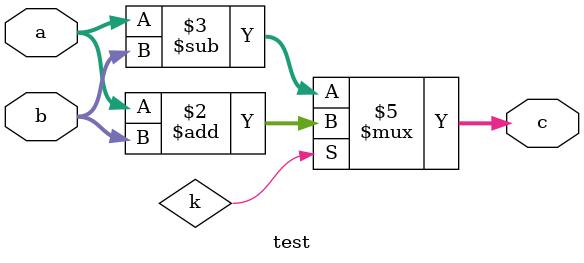
<source format=v>
`timescale 1ns / 1ps
module test(a,b,c);
	input [8:0]a,b;
	output reg[8:0]c;
	reg k;
	always@(*)
	begin
		if(k)
			c=a+b;
		else
			c=a-b;
	end
endmodule

</source>
